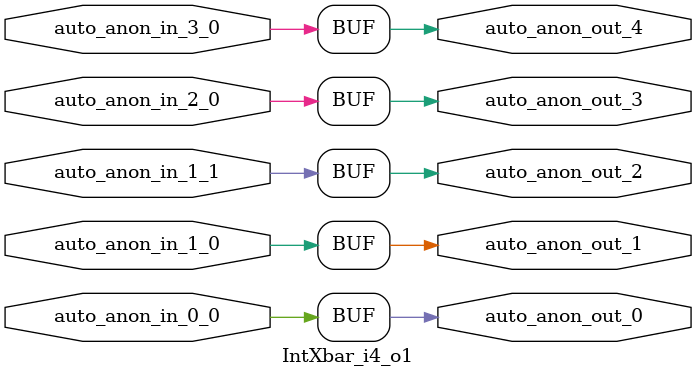
<source format=sv>
`ifndef RANDOMIZE
  `ifdef RANDOMIZE_REG_INIT
    `define RANDOMIZE
  `endif // RANDOMIZE_REG_INIT
`endif // not def RANDOMIZE
`ifndef RANDOMIZE
  `ifdef RANDOMIZE_MEM_INIT
    `define RANDOMIZE
  `endif // RANDOMIZE_MEM_INIT
`endif // not def RANDOMIZE

`ifndef RANDOM
  `define RANDOM $random
`endif // not def RANDOM

// Users can define 'PRINTF_COND' to add an extra gate to prints.
`ifndef PRINTF_COND_
  `ifdef PRINTF_COND
    `define PRINTF_COND_ (`PRINTF_COND)
  `else  // PRINTF_COND
    `define PRINTF_COND_ 1
  `endif // PRINTF_COND
`endif // not def PRINTF_COND_

// Users can define 'ASSERT_VERBOSE_COND' to add an extra gate to assert error printing.
`ifndef ASSERT_VERBOSE_COND_
  `ifdef ASSERT_VERBOSE_COND
    `define ASSERT_VERBOSE_COND_ (`ASSERT_VERBOSE_COND)
  `else  // ASSERT_VERBOSE_COND
    `define ASSERT_VERBOSE_COND_ 1
  `endif // ASSERT_VERBOSE_COND
`endif // not def ASSERT_VERBOSE_COND_

// Users can define 'STOP_COND' to add an extra gate to stop conditions.
`ifndef STOP_COND_
  `ifdef STOP_COND
    `define STOP_COND_ (`STOP_COND)
  `else  // STOP_COND
    `define STOP_COND_ 1
  `endif // STOP_COND
`endif // not def STOP_COND_

// Users can define INIT_RANDOM as general code that gets injected into the
// initializer block for modules with registers.
`ifndef INIT_RANDOM
  `define INIT_RANDOM
`endif // not def INIT_RANDOM

// If using random initialization, you can also define RANDOMIZE_DELAY to
// customize the delay used, otherwise 0.002 is used.
`ifndef RANDOMIZE_DELAY
  `define RANDOMIZE_DELAY 0.002
`endif // not def RANDOMIZE_DELAY

// Define INIT_RANDOM_PROLOG_ for use in our modules below.
`ifndef INIT_RANDOM_PROLOG_
  `ifdef RANDOMIZE
    `ifdef VERILATOR
      `define INIT_RANDOM_PROLOG_ `INIT_RANDOM
    `else  // VERILATOR
      `define INIT_RANDOM_PROLOG_ `INIT_RANDOM #`RANDOMIZE_DELAY begin end
    `endif // VERILATOR
  `else  // RANDOMIZE
    `define INIT_RANDOM_PROLOG_
  `endif // RANDOMIZE
`endif // not def INIT_RANDOM_PROLOG_

// Include register initializers in init blocks unless synthesis is set
`ifndef SYNTHESIS
  `ifndef ENABLE_INITIAL_REG_
    `define ENABLE_INITIAL_REG_
  `endif // not def ENABLE_INITIAL_REG_
`endif // not def SYNTHESIS

// Include rmemory initializers in init blocks unless synthesis is set
`ifndef SYNTHESIS
  `ifndef ENABLE_INITIAL_MEM_
    `define ENABLE_INITIAL_MEM_
  `endif // not def ENABLE_INITIAL_MEM_
`endif // not def SYNTHESIS

module IntXbar_i4_o1(	// @[generators/rocket-chip/src/main/scala/interrupts/Xbar.scala:22:9]
  input  auto_anon_in_3_0,	// @[generators/diplomacy/diplomacy/src/diplomacy/lazymodule/LazyModuleImp.scala:107:25]
  input  auto_anon_in_2_0,	// @[generators/diplomacy/diplomacy/src/diplomacy/lazymodule/LazyModuleImp.scala:107:25]
  input  auto_anon_in_1_0,	// @[generators/diplomacy/diplomacy/src/diplomacy/lazymodule/LazyModuleImp.scala:107:25]
  input  auto_anon_in_1_1,	// @[generators/diplomacy/diplomacy/src/diplomacy/lazymodule/LazyModuleImp.scala:107:25]
  input  auto_anon_in_0_0,	// @[generators/diplomacy/diplomacy/src/diplomacy/lazymodule/LazyModuleImp.scala:107:25]
  output auto_anon_out_0,	// @[generators/diplomacy/diplomacy/src/diplomacy/lazymodule/LazyModuleImp.scala:107:25]
  output auto_anon_out_1,	// @[generators/diplomacy/diplomacy/src/diplomacy/lazymodule/LazyModuleImp.scala:107:25]
  output auto_anon_out_2,	// @[generators/diplomacy/diplomacy/src/diplomacy/lazymodule/LazyModuleImp.scala:107:25]
  output auto_anon_out_3,	// @[generators/diplomacy/diplomacy/src/diplomacy/lazymodule/LazyModuleImp.scala:107:25]
  output auto_anon_out_4	// @[generators/diplomacy/diplomacy/src/diplomacy/lazymodule/LazyModuleImp.scala:107:25]
);

  assign auto_anon_out_0 = auto_anon_in_0_0;	// @[generators/rocket-chip/src/main/scala/interrupts/Xbar.scala:22:9]
  assign auto_anon_out_1 = auto_anon_in_1_0;	// @[generators/rocket-chip/src/main/scala/interrupts/Xbar.scala:22:9]
  assign auto_anon_out_2 = auto_anon_in_1_1;	// @[generators/rocket-chip/src/main/scala/interrupts/Xbar.scala:22:9]
  assign auto_anon_out_3 = auto_anon_in_2_0;	// @[generators/rocket-chip/src/main/scala/interrupts/Xbar.scala:22:9]
  assign auto_anon_out_4 = auto_anon_in_3_0;	// @[generators/rocket-chip/src/main/scala/interrupts/Xbar.scala:22:9]
endmodule


</source>
